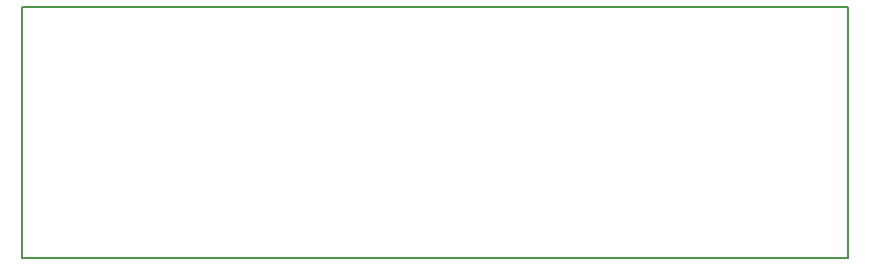
<source format=gbr>
%TF.GenerationSoftware,KiCad,Pcbnew,(5.1.6)-1*%
%TF.CreationDate,2021-07-30T23:56:05+08:00*%
%TF.ProjectId,wireless_measurement_ard,77697265-6c65-4737-935f-6d6561737572,rev?*%
%TF.SameCoordinates,Original*%
%TF.FileFunction,Profile,NP*%
%FSLAX46Y46*%
G04 Gerber Fmt 4.6, Leading zero omitted, Abs format (unit mm)*
G04 Created by KiCad (PCBNEW (5.1.6)-1) date 2021-07-30 23:56:05*
%MOMM*%
%LPD*%
G01*
G04 APERTURE LIST*
%TA.AperFunction,Profile*%
%ADD10C,0.150000*%
%TD*%
G04 APERTURE END LIST*
D10*
X110000000Y-96250000D02*
X110000000Y-75000000D01*
X110000000Y-96250000D02*
X180000000Y-96250000D01*
X180000000Y-75000000D02*
X180000000Y-96250000D01*
X110000000Y-75000000D02*
X180000000Y-75000000D01*
M02*

</source>
